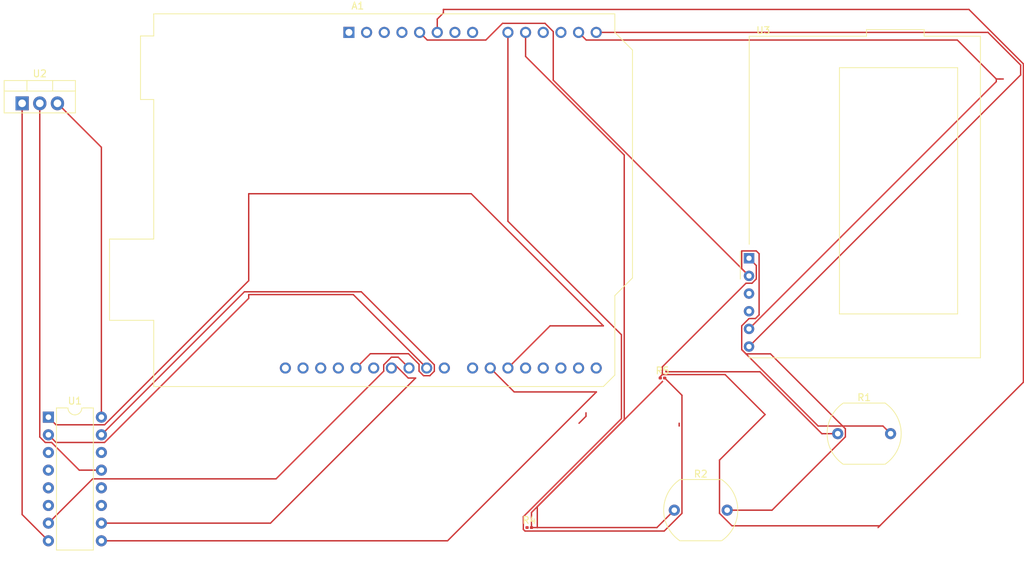
<source format=kicad_pcb>
(kicad_pcb (version 20240108) (generator "pcbnew") (generator_version "8.0")
  (layers (0 "F.Cu" signal) (31 "B.Cu" signal) (34 "B.Paste" user) (35 "F.Paste" user) (36 "B.SilkS" user "B.Silkscreen") (37 "F.SilkS" user "F.Silkscreen") (38 "B.Mask" user) (39 "F.Mask" user) (44 "Edge.Cuts" user))
  (net 0 "")
  (net 2 "Net-(A1-D10)")
  (net 5 "Net-(A1-A1)")
  (net 9 "Net-(A1-+5V)")
  (net 10 "Net-(A1-IOREF)")
  (net 11 "Net-(A1-A0)")
  (net 14 "Net-(A1-D9)")
  (net 18 "Net-(A1-D13)")
  (net 19 "Net-(U3-VSS)")
  (net 22 "Net-(U3-SCL)")
  (net 23 "Net-(A1-D11)")
  (net 28 "Net-(A1-D6)")
  (net 29 "Net-(A1-D5)")
  (net 31 "Net-(U3-SDA)")
  (net 32 "Net-(U2-GND)")
  (net 34 "Net-(U1-VCC1)")
  (net 36 "Net-(U1-GND-Pad4)")
  (net 39 "Net-(U1-VCC2)")
  (footprint "Package_DIP:DIP-16_W7.62mm" (layer "F.Cu") (at 24.2 77.125)
    (property "Reference" "U1" (at 3.81 -2.33 0) (layer "F.SilkS"))
    (property "Value" "L293D")
    (fp_line (start 1.16 -1.33) (end 1.16 19.11) (stroke (width 0.12)) (layer "F.SilkS"))
    (fp_line (start 1.16 19.11) (end 6.46 19.11) (stroke (width 0.12)) (layer "F.SilkS"))
    (fp_line (start 2.81 -1.33) (end 1.16 -1.33) (stroke (width 0.12)) (layer "F.SilkS"))
    (fp_line (start 6.46 -1.33) (end 4.81 -1.33) (stroke (width 0.12)) (layer "F.SilkS"))
    (fp_line (start 6.46 19.11) (end 6.46 -1.33) (stroke (width 0.12)) (layer "F.SilkS"))
    (fp_arc (start 4.81 -1.33) (mid 3.81 -0.33) (end 2.81 -1.33) (stroke (width 0.12)) (layer "F.SilkS"))
    (pad "1" thru_hole rect (at 0 0) (size 1.6 1.6) (drill 0.8) (layers "*.Cu" "*.Mask") (net 29 "Net-(A1-D5)"))
    (pad "2" thru_hole oval (at 0 2.54) (size 1.6 1.6) (drill 0.8) (layers "*.Cu" "*.Mask") (net 14 "Net-(A1-D9)"))
    (pad "3" thru_hole oval (at 0 5.08) (size 1.6 1.6) (drill 0.8) (layers "*.Cu" "*.Mask"))
    (pad "4" thru_hole oval (at 0 7.62) (size 1.6 1.6) (drill 0.8) (layers "*.Cu" "*.Mask") (net 36 "Net-(U1-GND-Pad4)"))
    (pad "5" thru_hole oval (at 0 10.16) (size 1.6 1.6) (drill 0.8) (layers "*.Cu" "*.Mask") (net 36 "Net-(U1-GND-Pad4)"))
    (pad "6" thru_hole oval (at 0 12.7) (size 1.6 1.6) (drill 0.8) (layers "*.Cu" "*.Mask"))
    (pad "7" thru_hole oval (at 0 15.24) (size 1.6 1.6) (drill 0.8) (layers "*.Cu" "*.Mask") (net 2 "Net-(A1-D10)"))
    (pad "8" thru_hole oval (at 0 17.78) (size 1.6 1.6) (drill 0.8) (layers "*.Cu" "*.Mask") (net 39 "Net-(U1-VCC2)"))
    (pad "9" thru_hole oval (at 7.62 17.78) (size 1.6 1.6) (drill 0.8) (layers "*.Cu" "*.Mask") (net 28 "Net-(A1-D6)"))
    (pad "10" thru_hole oval (at 7.62 15.24) (size 1.6 1.6) (drill 0.8) (layers "*.Cu" "*.Mask") (net 23 "Net-(A1-D11)"))
    (pad "11" thru_hole oval (at 7.62 12.7) (size 1.6 1.6) (drill 0.8) (layers "*.Cu" "*.Mask"))
    (pad "12" thru_hole oval (at 7.62 10.16) (size 1.6 1.6) (drill 0.8) (layers "*.Cu" "*.Mask") (net 32 "Net-(U2-GND)"))
    (pad "13" thru_hole oval (at 7.62 7.62) (size 1.6 1.6) (drill 0.8) (layers "*.Cu" "*.Mask") (net 32 "Net-(U2-GND)"))
    (pad "14" thru_hole oval (at 7.62 5.08) (size 1.6 1.6) (drill 0.8) (layers "*.Cu" "*.Mask"))
    (pad "15" thru_hole oval (at 7.62 2.54) (size 1.6 1.6) (drill 0.8) (layers "*.Cu" "*.Mask") (net 18 "Net-(A1-D13)"))
    (pad "16" thru_hole oval (at 7.62 0) (size 1.6 1.6) (drill 0.8) (layers "*.Cu" "*.Mask") (net 34 "Net-(U1-VCC1)"))
  )
  (footprint "OptoDevice:R_LDR_10x8.5mm_P7.6mm_Vertical" (layer "F.Cu") (at 137.7 79.5)
    (property "Reference" "R1" (at 3.8 -5.2 0) (layer "F.SilkS"))
    (property "Value" "LDR03")
    (fp_line (start 0.8 -4.4) (end 6.8 -4.4) (stroke (width 0.12)) (layer "F.SilkS"))
    (fp_line (start 0.8 4.4) (end 6.8 4.4) (stroke (width 0.12)) (layer "F.SilkS"))
    (fp_arc (start 0.8 4.4) (mid -1.525374 0.019809) (end 0.76735 -4.37756) (stroke (width 0.12)) (layer "F.SilkS"))
    (fp_arc (start 6.8 -4.4) (mid 9.125374 -0.019809) (end 6.83265 4.37756) (stroke (width 0.12)) (layer "F.SilkS"))
    (pad "1" thru_hole circle (at 0 0) (size 1.6 1.6) (drill 0.8) (layers "*.Cu" "*.Mask") (net 11 "Net-(A1-A0)"))
    (pad "2" thru_hole circle (at 7.6 0) (size 1.6 1.6) (drill 0.8) (layers "*.Cu" "*.Mask") (net 9 "Net-(A1-+5V)"))
  )
  (footprint "Resistor_SMD:R_0201_0603Metric" (layer "F.Cu") (at 112.5 71.5)
    (property "Reference" "R5" (at 0 -1.05 0) (layer "F.SilkS"))
    (property "Value" "10k")
    (pad "1" smd roundrect (at -0.32 0) (size 0.46 0.4) (layers "F.Cu" "F.Mask") (net 19 "Net-(U3-VSS)"))
    (pad "2" smd roundrect (at 0.32 0) (size 0.46 0.4) (layers "F.Cu" "F.Mask") (net 11 "Net-(A1-A0)"))
  )
  (footprint "Display:EA_T123X-I2C" (layer "F.Cu") (at 124.9425 54.275)
    (property "Reference" "U3" (at 2.05 -32.75 0) (layer "F.SilkS"))
    (property "Value" "EA_T123X-I2C")
    (fp_line (start -1.25 -1) (end -1.25 3) (stroke (width 0.12)) (layer "F.SilkS"))
    (fp_line (start 0.03 -31.92) (end 0.03 -2) (stroke (width 0.12)) (layer "F.SilkS"))
    (fp_line (start 0.03 -31.92) (end 16.89 -31.92) (stroke (width 0.12)) (layer "F.SilkS"))
    (fp_line (start 0.03 14.32) (end 0.03 14) (stroke (width 0.12)) (layer "F.SilkS"))
    (fp_line (start 13 -27.4) (end 30 -27.4) (stroke (width 0.12)) (layer "F.SilkS"))
    (fp_line (start 13 8) (end 13 -27.4) (stroke (width 0.12)) (layer "F.SilkS"))
    (fp_line (start 13 8) (end 30 8) (stroke (width 0.12)) (layer "F.SilkS"))
    (fp_line (start 16.89 -32.87) (end 16.89 -31.94) (stroke (width 0.12)) (layer "F.SilkS"))
    (fp_line (start 25.19 -32.87) (end 16.89 -32.87) (stroke (width 0.12)) (layer "F.SilkS"))
    (fp_line (start 25.19 -31.93) (end 25.19 -32.87) (stroke (width 0.12)) (layer "F.SilkS"))
    (fp_line (start 25.19 -31.92) (end 33.27 -31.92) (stroke (width 0.12)) (layer "F.SilkS"))
    (fp_line (start 30 -27.4) (end 30 8) (stroke (width 0.12)) (layer "F.SilkS"))
    (fp_line (start 33.27 -31.92) (end 33.27 14.32) (stroke (width 0.12)) (layer "F.SilkS"))
    (fp_line (start 33.27 14.32) (end 0.03 14.32) (stroke (width 0.12)) (layer "F.SilkS"))
    (pad "1" thru_hole rect (at 0 0) (size 1.5 1.5) (drill 0.75) (layers "*.Cu" "*.Mask") (net 19 "Net-(U3-VSS)"))
    (pad "2" thru_hole circle (at 0 2.54) (size 1.5 1.5) (drill 0.75) (layers "*.Cu" "*.Mask") (net 9 "Net-(A1-+5V)"))
    (pad "3" thru_hole circle (at 0 5.08) (size 1.5 1.5) (drill 0.75) (layers "*.Cu" "*.Mask"))
    (pad "4" thru_hole circle (at 0 7.62) (size 1.5 1.5) (drill 0.75) (layers "*.Cu" "*.Mask"))
    (pad "5" thru_hole circle (at 0 10.16) (size 1.5 1.5) (drill 0.75) (layers "*.Cu" "*.Mask") (net 31 "Net-(U3-SDA)"))
    (pad "6" thru_hole circle (at 0 12.7) (size 1.5 1.5) (drill 0.75) (layers "*.Cu" "*.Mask") (net 22 "Net-(U3-SCL)"))
  )
  (footprint "OptoDevice:R_LDR_10x8.5mm_P7.6mm_Vertical" (layer "F.Cu") (at 114.2 90.5)
    (property "Reference" "R2" (at 3.8 -5.2 0) (layer "F.SilkS"))
    (property "Value" "LDR03")
    (fp_line (start 0.8 -4.4) (end 6.8 -4.4) (stroke (width 0.12)) (layer "F.SilkS"))
    (fp_line (start 0.8 4.4) (end 6.8 4.4) (stroke (width 0.12)) (layer "F.SilkS"))
    (fp_arc (start 0.8 4.4) (mid -1.525374 0.019809) (end 0.76735 -4.37756) (stroke (width 0.12)) (layer "F.SilkS"))
    (fp_arc (start 6.8 -4.4) (mid 9.125374 -0.019809) (end 6.83265 4.37756) (stroke (width 0.12)) (layer "F.SilkS"))
    (pad "1" thru_hole circle (at 0 0) (size 1.6 1.6) (drill 0.8) (layers "*.Cu" "*.Mask") (net 5 "Net-(A1-A1)"))
    (pad "2" thru_hole circle (at 7.6 0) (size 1.6 1.6) (drill 0.8) (layers "*.Cu" "*.Mask") (net 9 "Net-(A1-+5V)"))
  )
  (footprint "Resistor_SMD:R_0201_0603Metric" (layer "F.Cu") (at 93.345 93)
    (property "Reference" "R4" (at 0 -1.05 0) (layer "F.SilkS"))
    (property "Value" "10K")
    (pad "1" smd roundrect (at -0.32 0) (size 0.46 0.4) (layers "F.Cu" "F.Mask") (net 19 "Net-(U3-VSS)"))
    (pad "2" smd roundrect (at 0.32 0) (size 0.46 0.4) (layers "F.Cu" "F.Mask") (net 5 "Net-(A1-A1)"))
  )
  (footprint "Package_TO_SOT_THT:TO-220-3_Vertical" (layer "F.Cu") (at 20.42 32)
    (property "Reference" "U2" (at 2.54 -4.27 0) (layer "F.SilkS"))
    (property "Value" "LM7805_TO220")
    (fp_line (start -2.58 -3.27) (end -2.58 1.371) (stroke (width 0.12)) (layer "F.SilkS"))
    (fp_line (start -2.58 -3.27) (end 7.66 -3.27) (stroke (width 0.12)) (layer "F.SilkS"))
    (fp_line (start -2.58 -1.76) (end 7.66 -1.76) (stroke (width 0.12)) (layer "F.SilkS"))
    (fp_line (start -2.58 1.371) (end 7.66 1.371) (stroke (width 0.12)) (layer "F.SilkS"))
    (fp_line (start 0.69 -3.27) (end 0.69 -1.76) (stroke (width 0.12)) (layer "F.SilkS"))
    (fp_line (start 4.391 -3.27) (end 4.391 -1.76) (stroke (width 0.12)) (layer "F.SilkS"))
    (fp_line (start 7.66 -3.27) (end 7.66 1.371) (stroke (width 0.12)) (layer "F.SilkS"))
    (pad "1" thru_hole rect (at 0 0) (size 1.905 2) (drill 1.1) (layers "*.Cu" "*.Mask") (net 39 "Net-(U1-VCC2)"))
    (pad "2" thru_hole oval (at 2.54 0) (size 1.905 2) (drill 1.1) (layers "*.Cu" "*.Mask") (net 32 "Net-(U2-GND)"))
    (pad "3" thru_hole oval (at 5.08 0) (size 1.905 2) (drill 1.1) (layers "*.Cu" "*.Mask") (net 34 "Net-(U1-VCC1)"))
  )
  (footprint "Module:Arduino_UNO_R3" (layer "F.Cu") (at 67.415 21.8)
    (property "Reference" "A1" (at 1.27 -3.81 180) (layer "F.SilkS"))
    (property "Value" "Arduino_UNO_R3")
    (fp_line (start -34.42 29.72) (end -34.42 41.4) (stroke (width 0.12)) (layer "F.SilkS"))
    (fp_line (start -34.42 41.4) (end -28.07 41.4) (stroke (width 0.12)) (layer "F.SilkS"))
    (fp_line (start -29.97 0.51) (end -29.97 9.65) (stroke (width 0.12)) (layer "F.SilkS"))
    (fp_line (start -29.97 9.65) (end -28.07 9.65) (stroke (width 0.12)) (layer "F.SilkS"))
    (fp_line (start -28.07 -2.67) (end -28.07 0.51) (stroke (width 0.12)) (layer "F.SilkS"))
    (fp_line (start -28.07 0.51) (end -29.97 0.51) (stroke (width 0.12)) (layer "F.SilkS"))
    (fp_line (start -28.07 9.65) (end -28.07 29.72) (stroke (width 0.12)) (layer "F.SilkS"))
    (fp_line (start -28.07 29.72) (end -34.42 29.72) (stroke (width 0.12)) (layer "F.SilkS"))
    (fp_line (start -28.07 41.4) (end -28.07 50.93) (stroke (width 0.12)) (layer "F.SilkS"))
    (fp_line (start -28.07 50.93) (end 36.58 50.93) (stroke (width 0.12)) (layer "F.SilkS"))
    (fp_line (start 36.58 50.93) (end 38.23 49.28) (stroke (width 0.12)) (layer "F.SilkS"))
    (fp_line (start 38.23 -2.67) (end -28.07 -2.67) (stroke (width 0.12)) (layer "F.SilkS"))
    (fp_line (start 38.23 0) (end 38.23 -2.67) (stroke (width 0.12)) (layer "F.SilkS"))
    (fp_line (start 38.23 37.85) (end 40.77 35.31) (stroke (width 0.12)) (layer "F.SilkS"))
    (fp_line (start 38.23 49.28) (end 38.23 37.85) (stroke (width 0.12)) (layer "F.SilkS"))
    (fp_line (start 40.77 2.54) (end 38.23 0) (stroke (width 0.12)) (layer "F.SilkS"))
    (fp_line (start 40.77 35.31) (end 40.77 2.54) (stroke (width 0.12)) (layer "F.SilkS"))
    (pad "1" thru_hole rect (at 0 0 90) (size 1.6 1.6) (drill 1) (layers "*.Cu" "*.Mask"))
    (pad "2" thru_hole oval (at 2.54 0 90) (size 1.6 1.6) (drill 1) (layers "*.Cu" "*.Mask") (net 10 "Net-(A1-IOREF)"))
    (pad "3" thru_hole oval (at 5.08 0 90) (size 1.6 1.6) (drill 1) (layers "*.Cu" "*.Mask") (net 10 "Net-(A1-IOREF)"))
    (pad "4" thru_hole oval (at 7.62 0 90) (size 1.6 1.6) (drill 1) (layers "*.Cu" "*.Mask"))
    (pad "5" thru_hole oval (at 10.16 0 90) (size 1.6 1.6) (drill 1) (layers "*.Cu" "*.Mask") (net 9 "Net-(A1-+5V)"))
    (pad "6" thru_hole oval (at 12.7 0 90) (size 1.6 1.6) (drill 1) (layers "*.Cu" "*.Mask") (net 19 "Net-(U3-VSS)"))
    (pad "7" thru_hole oval (at 15.24 0 90) (size 1.6 1.6) (drill 1) (layers "*.Cu" "*.Mask"))
    (pad "8" thru_hole oval (at 17.78 0 90) (size 1.6 1.6) (drill 1) (layers "*.Cu" "*.Mask"))
    (pad "9" thru_hole oval (at 22.86 0 90) (size 1.6 1.6) (drill 1) (layers "*.Cu" "*.Mask") (net 11 "Net-(A1-A0)"))
    (pad "10" thru_hole oval (at 25.4 0 90) (size 1.6 1.6) (drill 1) (layers "*.Cu" "*.Mask") (net 5 "Net-(A1-A1)"))
    (pad "11" thru_hole oval (at 27.94 0 90) (size 1.6 1.6) (drill 1) (layers "*.Cu" "*.Mask"))
    (pad "12" thru_hole oval (at 30.48 0 90) (size 1.6 1.6) (drill 1) (layers "*.Cu" "*.Mask"))
    (pad "13" thru_hole oval (at 33.02 0 90) (size 1.6 1.6) (drill 1) (layers "*.Cu" "*.Mask") (net 31 "Net-(U3-SDA)"))
    (pad "14" thru_hole oval (at 35.56 0 90) (size 1.6 1.6) (drill 1) (layers "*.Cu" "*.Mask") (net 22 "Net-(U3-SCL)"))
    (pad "15" thru_hole oval (at 35.56 48.26 90) (size 1.6 1.6) (drill 1) (layers "*.Cu" "*.Mask"))
    (pad "16" thru_hole oval (at 33.02 48.26 90) (size 1.6 1.6) (drill 1) (layers "*.Cu" "*.Mask"))
    (pad "17" thru_hole oval (at 30.48 48.26 90) (size 1.6 1.6) (drill 1) (layers "*.Cu" "*.Mask"))
    (pad "18" thru_hole oval (at 27.94 48.26 90) (size 1.6 1.6) (drill 1) (layers "*.Cu" "*.Mask"))
    (pad "19" thru_hole oval (at 25.4 48.26 90) (size 1.6 1.6) (drill 1) (layers "*.Cu" "*.Mask"))
    (pad "20" thru_hole oval (at 22.86 48.26 90) (size 1.6 1.6) (drill 1) (layers "*.Cu" "*.Mask") (net 29 "Net-(A1-D5)"))
    (pad "21" thru_hole oval (at 20.32 48.26 90) (size 1.6 1.6) (drill 1) (layers "*.Cu" "*.Mask") (net 28 "Net-(A1-D6)"))
    (pad "22" thru_hole oval (at 17.78 48.26 90) (size 1.6 1.6) (drill 1) (layers "*.Cu" "*.Mask"))
    (pad "23" thru_hole oval (at 13.72 48.26 90) (size 1.6 1.6) (drill 1) (layers "*.Cu" "*.Mask"))
    (pad "24" thru_hole oval (at 11.18 48.26 90) (size 1.6 1.6) (drill 1) (layers "*.Cu" "*.Mask") (net 14 "Net-(A1-D9)"))
    (pad "25" thru_hole oval (at 8.64 48.26 90) (size 1.6 1.6) (drill 1) (layers "*.Cu" "*.Mask") (net 2 "Net-(A1-D10)"))
    (pad "26" thru_hole oval (at 6.1 48.26 90) (size 1.6 1.6) (drill 1) (layers "*.Cu" "*.Mask") (net 23 "Net-(A1-D11)"))
    (pad "27" thru_hole oval (at 3.56 48.26 90) (size 1.6 1.6) (drill 1) (layers "*.Cu" "*.Mask"))
    (pad "28" thru_hole oval (at 1.02 48.26 90) (size 1.6 1.6) (drill 1) (layers "*.Cu" "*.Mask") (net 18 "Net-(A1-D13)"))
    (pad "29" thru_hole oval (at -1.52 48.26 90) (size 1.6 1.6) (drill 1) (layers "*.Cu" "*.Mask"))
    (pad "30" thru_hole oval (at -4.06 48.26 90) (size 1.6 1.6) (drill 1) (layers "*.Cu" "*.Mask"))
    (pad "31" thru_hole oval (at -6.6 48.26 90) (size 1.6 1.6) (drill 1) (layers "*.Cu" "*.Mask"))
    (pad "32" thru_hole oval (at -9.14 48.26 90) (size 1.6 1.6) (drill 1) (layers "*.Cu" "*.Mask"))
  )
  (segment (start 114.9 78.4) (end 114.9 78) (width 0.2) (layer "F.Cu") (net 0))
  (segment (start 101.5 76.5) (end 101.5 77) (width 0.2) (layer "F.Cu") (net 0))
  (segment (start 101.5 77) (end 100.5 78) (width 0.2) (layer "F.Cu") (net 0))
  (segment (start 72.415 70.515635) (end 72.415 69.604365) (width 0.2) (layer "F.Cu") (net 2))
  (segment (start 74.495 68.5) (end 76.055 70.06) (width 0.2) (layer "F.Cu") (net 2))
  (segment (start 30.565 86) (end 56.930635 86) (width 0.2) (layer "F.Cu") (net 2))
  (segment (start 56.930635 86) (end 72.415 70.515635) (width 0.2) (layer "F.Cu") (net 2))
  (segment (start 72.415 69.604365) (end 73.519365 68.5) (width 0.2) (layer "F.Cu") (net 2))
  (segment (start 24.2 92.365) (end 30.565 86) (width 0.2) (layer "F.Cu") (net 2))
  (segment (start 73.519365 68.5) (end 74.495 68.5) (width 0.2) (layer "F.Cu") (net 2))
  (segment (start 107 39.438186) (end 107 77.5) (width 0.2) (layer "F.Cu") (net 5))
  (segment (start 112 72.5) (end 112.5 72) (width 0.2) (layer "F.Cu") (net 5))
  (segment (start 111.7 93) (end 114.2 90.5) (width 0.2) (layer "F.Cu") (net 5))
  (segment (start 112.5 72) (end 112.5 71.978456) (width 0.2) (layer "F.Cu") (net 5))
  (segment (start 94.5 93) (end 111.7 93) (width 0.2) (layer "F.Cu") (net 5))
  (segment (start 92.815 21.8) (end 92.815 25.253186) (width 0.2) (layer "F.Cu") (net 5))
  (segment (start 94.5 93) (end 94.5 90) (width 0.2) (layer "F.Cu") (net 5))
  (segment (start 107 77.5) (end 93.665 90.835) (width 0.2) (layer "F.Cu") (net 5))
  (segment (start 93.665 93) (end 94.5 93) (width 0.2) (layer "F.Cu") (net 5))
  (segment (start 93.665 90.835) (end 93.665 93) (width 0.2) (layer "F.Cu") (net 5))
  (segment (start 94.5 90) (end 112 72.5) (width 0.2) (layer "F.Cu") (net 5))
  (segment (start 92.815 25.253186) (end 107 39.438186) (width 0.2) (layer "F.Cu") (net 5))
  (segment (start 89.5 20.5) (end 87.1 22.9) (width 0.2) (layer "F.Cu") (net 9))
  (segment (start 121.8 90.5) (end 128.255635 90.5) (width 0.2) (layer "F.Cu") (net 9))
  (segment (start 138.8 78.8) (end 128.025 68.025) (width 0.2) (layer "F.Cu") (net 9))
  (segment (start 126.3925 53.625) (end 125.9925 53.225) (width 0.2) (layer "F.Cu") (net 9))
  (segment (start 138.8 79.955635) (end 138.8 78.8) (width 0.2) (layer "F.Cu") (net 9))
  (segment (start 124.947575 62.945) (end 125.866814 62.945) (width 0.2) (layer "F.Cu") (net 9))
  (segment (start 78.675 22.9) (end 77.575 21.8) (width 0.2) (layer "F.Cu") (net 9))
  (segment (start 95.610635 20.5) (end 89.5 20.5) (width 0.2) (layer "F.Cu") (net 9))
  (segment (start 144.2 78.4) (end 145.3 79.5) (width 0.2) (layer "F.Cu") (net 9))
  (segment (start 125.9925 53.225) (end 123.8925 53.225) (width 0.2) (layer "F.Cu") (net 9))
  (segment (start 128.255635 90.5) (end 138.8 79.955635) (width 0.2) (layer "F.Cu") (net 9))
  (segment (start 124.9425 56.815) (end 96.795 28.6675) (width 0.2) (layer "F.Cu") (net 9))
  (segment (start 96.795 28.6675) (end 96.795 21.684365) (width 0.2) (layer "F.Cu") (net 9))
  (segment (start 123.8925 55.765) (end 124.9425 56.815) (width 0.2) (layer "F.Cu") (net 9))
  (segment (start 126.3925 62.419314) (end 126.3925 53.625) (width 0.2) (layer "F.Cu") (net 9))
  (segment (start 96.795 21.684365) (end 95.610635 20.5) (width 0.2) (layer "F.Cu") (net 9))
  (segment (start 124.507575 68.025) (end 123.8925 67.409925) (width 0.2) (layer "F.Cu") (net 9))
  (segment (start 123.8925 53.225) (end 123.8925 55.765) (width 0.2) (layer "F.Cu") (net 9))
  (segment (start 123.8925 64.000075) (end 124.947575 62.945) (width 0.2) (layer "F.Cu") (net 9))
  (segment (start 123.8925 67.409925) (end 134.882575 78.4) (width 0.2) (layer "F.Cu") (net 9))
  (segment (start 87.1 22.9) (end 78.675 22.9) (width 0.2) (layer "F.Cu") (net 9))
  (segment (start 125.866814 62.945) (end 126.3925 62.419314) (width 0.2) (layer "F.Cu") (net 9))
  (segment (start 123.8925 67.409925) (end 123.8925 64.000075) (width 0.2) (layer "F.Cu") (net 9))
  (segment (start 134.882575 78.4) (end 144.2 78.4) (width 0.2) (layer "F.Cu") (net 9))
  (segment (start 128.025 68.025) (end 124.507575 68.025) (width 0.2) (layer "F.Cu") (net 9))
  (segment (start 126.516889 70.6) (end 113 70.6) (width 0.2) (layer "F.Cu") (net 11))
  (segment (start 112.755635 93.5) (end 115.3 90.955635) (width 0.2) (layer "F.Cu") (net 11))
  (segment (start 113 70.5) (end 113 70.6) (width 0.2) (layer "F.Cu") (net 11))
  (segment (start 92.495 93.268456) (end 92.726544 93.5) (width 0.2) (layer "F.Cu") (net 11))
  (segment (start 92.726544 93.5) (end 112.755635 93.5) (width 0.2) (layer "F.Cu") (net 11))
  (segment (start 135.416889 79.5) (end 126.516889 70.6) (width 0.2) (layer "F.Cu") (net 11))
  (segment (start 106.6 77.334314) (end 92.495 91.439314) (width 0.2) (layer "F.Cu") (net 11))
  (segment (start 115.3 90.955635) (end 115.3 73.98) (width 0.2) (layer "F.Cu") (net 11))
  (segment (start 90.275 48.955) (end 106.6 65.28) (width 0.2) (layer "F.Cu") (net 11))
  (segment (start 115.3 73.98) (end 112.72 71.4) (width 0.2) (layer "F.Cu") (net 11))
  (segment (start 137.7 79.5) (end 135.416889 79.5) (width 0.2) (layer "F.Cu") (net 11))
  (segment (start 106.6 65.28) (end 106.6 77.334314) (width 0.2) (layer "F.Cu") (net 11))
  (segment (start 92.495 91.439314) (end 92.495 93.268456) (width 0.2) (layer "F.Cu") (net 11))
  (segment (start 90.275 21.8) (end 90.275 48.955) (width 0.2) (layer "F.Cu") (net 11))
  (segment (start 53 60.040635) (end 32.275635 80.765) (width 0.2) (layer "F.Cu") (net 14))
  (segment (start 53 59.5) (end 68.035 59.5) (width 0.2) (layer "F.Cu") (net 14))
  (segment (start 53 59.5) (end 53 60.040635) (width 0.2) (layer "F.Cu") (net 14))
  (segment (start 25.3 80.765) (end 24.2 79.665) (width 0.2) (layer "F.Cu") (net 14))
  (segment (start 32.275635 80.765) (end 25.3 80.765) (width 0.2) (layer "F.Cu") (net 14))
  (segment (start 68.035 59.5) (end 78.595 70.06) (width 0.2) (layer "F.Cu") (net 14))
  (segment (start 77.495 70.515635) (end 77.495 69.525686) (width 0.2) (layer "F.Cu") (net 18))
  (segment (start 79.050635 71.16) (end 78.139365 71.16) (width 0.2) (layer "F.Cu") (net 18))
  (segment (start 31.82 79.665) (end 52.385 59.1) (width 0.2) (layer "F.Cu") (net 18))
  (segment (start 69.190635 59.1) (end 79.695 69.604365) (width 0.2) (layer "F.Cu") (net 18))
  (segment (start 52.385 59.1) (end 69.190635 59.1) (width 0.2) (layer "F.Cu") (net 18))
  (segment (start 79.695 69.604365) (end 79.695 70.515635) (width 0.2) (layer "F.Cu") (net 18))
  (segment (start 75.969314 68) (end 70.495 68) (width 0.2) (layer "F.Cu") (net 18))
  (segment (start 77.495 69.525686) (end 75.969314 68) (width 0.2) (layer "F.Cu") (net 18))
  (segment (start 78.139365 71.16) (end 77.495 70.515635) (width 0.2) (layer "F.Cu") (net 18))
  (segment (start 79.695 70.515635) (end 79.050635 71.16) (width 0.2) (layer "F.Cu") (net 18))
  (segment (start 70.495 68) (end 68.435 70.06) (width 0.2) (layer "F.Cu") (net 18))
  (segment (start 156.565686 18.5) (end 164.4 26.334314) (width 0.2) (layer "F.Cu") (net 19))
  (segment (start 164.4 26.334314) (end 164.4 72.1) (width 0.2) (layer "F.Cu") (net 19))
  (segment (start 112.480001 71) (end 112.18 71.300001) (width 0.2) (layer "F.Cu") (net 19))
  (segment (start 124.507575 57.865) (end 125.377425 57.865) (width 0.2) (layer "F.Cu") (net 19))
  (segment (start 125.9925 55.325) (end 124.9425 54.275) (width 0.2) (layer "F.Cu") (net 19))
  (segment (start 121.5 71) (end 112.480001 71) (width 0.2) (layer "F.Cu") (net 19))
  (segment (start 120.7 83.3) (end 120.7 90.955635) (width 0.2) (layer "F.Cu") (net 19))
  (segment (start 164.4 72.1) (end 143.5 93) (width 0.2) (layer "F.Cu") (net 19))
  (segment (start 80.115 19.885) (end 81 19) (width 0.2) (layer "F.Cu") (net 19))
  (segment (start 125.377425 57.865) (end 125.9925 57.249925) (width 0.2) (layer "F.Cu") (net 19))
  (segment (start 120.7 90.955635) (end 122.494365 92.75) (width 0.2) (layer "F.Cu") (net 19))
  (segment (start 127.25 76.75) (end 121.5 71) (width 0.2) (layer "F.Cu") (net 19))
  (segment (start 125.9925 57.249925) (end 125.9925 55.325) (width 0.2) (layer "F.Cu") (net 19))
  (segment (start 112.18 71.300001) (end 112.18 71.5) (width 0.2) (layer "F.Cu") (net 19))
  (segment (start 112.480001 71) (end 112.480001 69.892574) (width 0.2) (layer "F.Cu") (net 19))
  (segment (start 112.480001 69.892574) (end 124.507575 57.865) (width 0.2) (layer "F.Cu") (net 19))
  (segment (start 81 19) (end 81 18.5) (width 0.2) (layer "F.Cu") (net 19))
  (segment (start 80.115 21.8) (end 80.115 19.885) (width 0.2) (layer "F.Cu") (net 19))
  (segment (start 81 18.5) (end 156.565686 18.5) (width 0.2) (layer "F.Cu") (net 19))
  (segment (start 127.25 76.75) (end 120.7 83.3) (width 0.2) (layer "F.Cu") (net 19))
  (segment (start 122.494365 92.75) (end 143.75 92.75) (width 0.2) (layer "F.Cu") (net 19))
  (segment (start 159.3 21.8) (end 102.975 21.8) (width 0.2) (layer "F.Cu") (net 22))
  (segment (start 164 26.5) (end 164 27.9175) (width 0.2) (layer "F.Cu") (net 22))
  (segment (start 164 27.9175) (end 124.9425 66.975) (width 0.2) (layer "F.Cu") (net 22))
  (segment (start 164 26.5) (end 159.3 21.8) (width 0.2) (layer "F.Cu") (net 22))
  (segment (start 75.939365 71.5) (end 74 69.560635) (width 0.2) (layer "F.Cu") (net 23))
  (segment (start 77 71.5) (end 75.939365 71.5) (width 0.2) (layer "F.Cu") (net 23))
  (segment (start 74 69.560635) (end 74 69.575) (width 0.2) (layer "F.Cu") (net 23))
  (segment (start 56.135 92.365) (end 77 71.5) (width 0.2) (layer "F.Cu") (net 23))
  (segment (start 74 69.575) (end 73.515 70.06) (width 0.2) (layer "F.Cu") (net 23))
  (segment (start 31.82 92.365) (end 56.135 92.365) (width 0.2) (layer "F.Cu") (net 23))
  (segment (start 91.175 73.5) (end 87.735 70.06) (width 0.2) (layer "F.Cu") (net 28))
  (segment (start 81.595 94.905) (end 103 73.5) (width 0.2) (layer "F.Cu") (net 28))
  (segment (start 103 73.5) (end 91.175 73.5) (width 0.2) (layer "F.Cu") (net 28))
  (segment (start 31.82 94.905) (end 81.595 94.905) (width 0.2) (layer "F.Cu") (net 28))
  (segment (start 32.275635 78.225) (end 53 57.500635) (width 0.2) (layer "F.Cu") (net 29))
  (segment (start 24.2 77.125) (end 25.3 78.225) (width 0.2) (layer "F.Cu") (net 29))
  (segment (start 104 64) (end 96.335 64) (width 0.2) (layer "F.Cu") (net 29))
  (segment (start 25.3 78.225) (end 32.275635 78.225) (width 0.2) (layer "F.Cu") (net 29))
  (segment (start 85 45) (end 104 64) (width 0.2) (layer "F.Cu") (net 29))
  (segment (start 53 57.500635) (end 53 45) (width 0.2) (layer "F.Cu") (net 29))
  (segment (start 96.335 64) (end 90.275 70.06) (width 0.2) (layer "F.Cu") (net 29))
  (segment (start 53 45) (end 85 45) (width 0.2) (layer "F.Cu") (net 29))
  (segment (start 161 28.5) (end 161.5 28.5) (width 0.2) (layer "F.Cu") (net 31))
  (segment (start 160.5 28.5) (end 161 28.5) (width 0.2) (layer "F.Cu") (net 31))
  (segment (start 160.5 28.5) (end 154.9 22.9) (width 0.2) (layer "F.Cu") (net 31))
  (segment (start 124.9425 64.435) (end 160.5 28.8775) (width 0.2) (layer "F.Cu") (net 31))
  (segment (start 101.535 22.9) (end 100.435 21.8) (width 0.2) (layer "F.Cu") (net 31))
  (segment (start 160.5 28.8775) (end 160.5 28.5) (width 0.2) (layer "F.Cu") (net 31))
  (segment (start 154.9 22.9) (end 101.535 22.9) (width 0.2) (layer "F.Cu") (net 31))
  (segment (start 22.96 32) (end 22.96 79.980635) (width 0.2) (layer "F.Cu") (net 32))
  (segment (start 28.635635 84.745) (end 31.82 84.745) (width 0.2) (layer "F.Cu") (net 32))
  (segment (start 24.655635 80.765) (end 28.635635 84.745) (width 0.2) (layer "F.Cu") (net 32))
  (segment (start 22.96 79.980635) (end 23.744365 80.765) (width 0.2) (layer "F.Cu") (net 32))
  (segment (start 23.744365 80.765) (end 24.655635 80.765) (width 0.2) (layer "F.Cu") (net 32))
  (segment (start 31.82 77.125) (end 31.82 38.32) (width 0.2) (layer "F.Cu") (net 34))
  (segment (start 31.82 38.32) (end 25.5 32) (width 0.2) (layer "F.Cu") (net 34))
  (segment (start 20.42 32) (end 20.42 91.125) (width 0.2) (layer "F.Cu") (net 39))
  (segment (start 20.42 91.125) (end 24.2 94.905) (width 0.2) (layer "F.Cu") (net 39))
)
</source>
